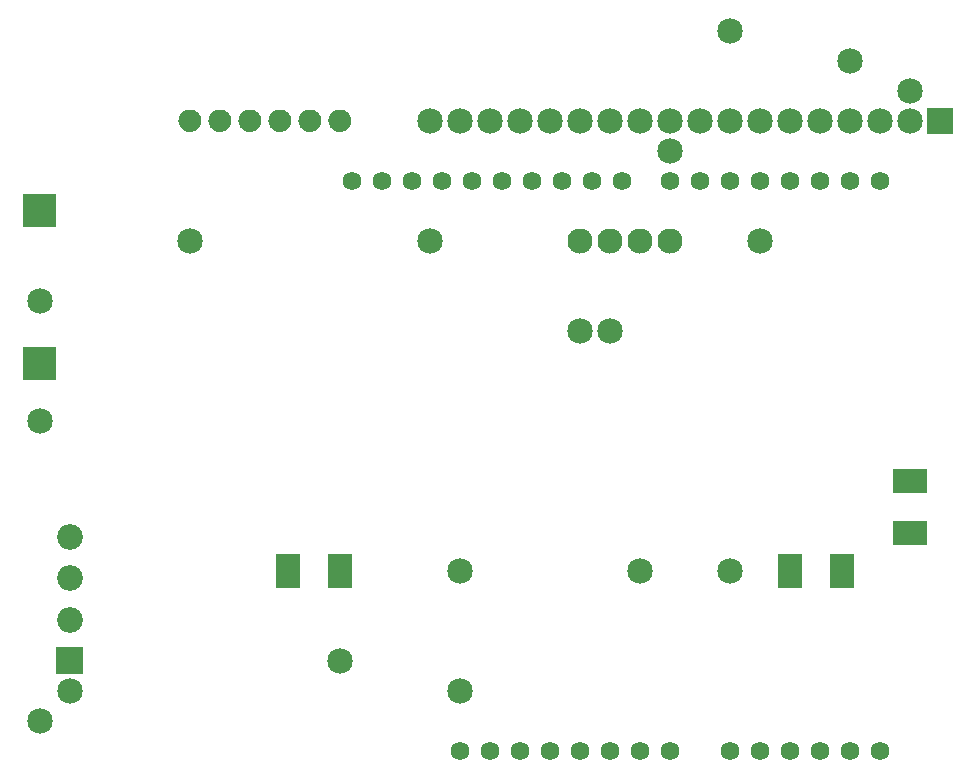
<source format=gbs>
G04 MADE WITH FRITZING*
G04 WWW.FRITZING.ORG*
G04 DOUBLE SIDED*
G04 HOLES PLATED*
G04 CONTOUR ON CENTER OF CONTOUR VECTOR*
%ASAXBY*%
%FSLAX23Y23*%
%MOIN*%
%OFA0B0*%
%SFA1.0B1.0*%
%ADD10C,0.086139*%
%ADD11C,0.085000*%
%ADD12C,0.110000*%
%ADD13C,0.062306*%
%ADD14C,0.062333*%
%ADD15C,0.083889*%
%ADD16R,0.085000X0.085000*%
%ADD17R,0.116299X0.080866*%
%ADD18R,0.080866X0.116299*%
%ADD19R,0.001000X0.001000*%
%LNMASK0*%
G90*
G70*
G54D10*
X441Y750D03*
X441Y888D03*
X441Y1026D03*
X441Y1164D03*
X441Y750D03*
X441Y888D03*
X441Y1026D03*
X441Y1164D03*
G54D11*
X1741Y650D03*
X1741Y1050D03*
X2341Y1050D03*
X2641Y1050D03*
X341Y550D03*
X1341Y750D03*
X2741Y2150D03*
X3241Y2650D03*
X2441Y2450D03*
X3041Y2750D03*
X441Y650D03*
X341Y1550D03*
X1641Y2150D03*
X1741Y2550D03*
X2141Y1850D03*
X1641Y2550D03*
X2641Y2850D03*
X2241Y1850D03*
X341Y1950D03*
X841Y2150D03*
G54D12*
X341Y2250D03*
X341Y1740D03*
G54D13*
X2741Y450D03*
X2840Y450D03*
X2941Y450D03*
X3041Y450D03*
X3141Y450D03*
G54D14*
X2280Y2350D03*
X2181Y2350D03*
X2081Y2350D03*
X1981Y2350D03*
X1881Y2350D03*
X1781Y2350D03*
X1681Y2350D03*
X1580Y2350D03*
X1480Y2350D03*
X1380Y2350D03*
X3141Y2350D03*
X3041Y2350D03*
X2941Y2350D03*
X2840Y2350D03*
X2741Y2350D03*
X2641Y2350D03*
X2541Y2350D03*
X2441Y2350D03*
G54D13*
X1841Y450D03*
X1741Y450D03*
X1941Y450D03*
X2041Y450D03*
X2141Y450D03*
X2241Y450D03*
X2340Y450D03*
X2441Y450D03*
X2641Y450D03*
G54D11*
X3341Y2550D03*
X3241Y2550D03*
X3141Y2550D03*
X3041Y2550D03*
X2941Y2550D03*
X2841Y2550D03*
X2741Y2550D03*
X2641Y2550D03*
X2541Y2550D03*
X2441Y2550D03*
X2341Y2550D03*
X2241Y2550D03*
X2141Y2550D03*
X2041Y2550D03*
X1941Y2550D03*
X1841Y2550D03*
G54D15*
X2141Y2150D03*
X2241Y2150D03*
X2341Y2150D03*
X2441Y2150D03*
G54D16*
X3341Y2550D03*
G54D17*
X3241Y1177D03*
X3241Y1350D03*
G54D18*
X3014Y1050D03*
X2841Y1050D03*
X1167Y1050D03*
X1341Y1050D03*
G54D19*
X840Y2589D02*
X840Y2589D01*
X940Y2589D02*
X940Y2589D01*
X1040Y2589D02*
X1040Y2589D01*
X1140Y2589D02*
X1140Y2589D01*
X1240Y2589D02*
X1240Y2589D01*
X1340Y2589D02*
X1340Y2589D01*
X832Y2588D02*
X848Y2588D01*
X932Y2588D02*
X948Y2588D01*
X1032Y2588D02*
X1048Y2588D01*
X1132Y2588D02*
X1148Y2588D01*
X1232Y2588D02*
X1248Y2588D01*
X1332Y2588D02*
X1348Y2588D01*
X828Y2587D02*
X851Y2587D01*
X928Y2587D02*
X951Y2587D01*
X1028Y2587D02*
X1051Y2587D01*
X1128Y2587D02*
X1151Y2587D01*
X1228Y2587D02*
X1251Y2587D01*
X1328Y2587D02*
X1351Y2587D01*
X826Y2586D02*
X854Y2586D01*
X926Y2586D02*
X954Y2586D01*
X1025Y2586D02*
X1054Y2586D01*
X1125Y2586D02*
X1154Y2586D01*
X1225Y2586D02*
X1254Y2586D01*
X1325Y2586D02*
X1354Y2586D01*
X823Y2585D02*
X856Y2585D01*
X923Y2585D02*
X956Y2585D01*
X1023Y2585D02*
X1056Y2585D01*
X1123Y2585D02*
X1156Y2585D01*
X1223Y2585D02*
X1256Y2585D01*
X1323Y2585D02*
X1356Y2585D01*
X822Y2584D02*
X858Y2584D01*
X922Y2584D02*
X958Y2584D01*
X1022Y2584D02*
X1058Y2584D01*
X1122Y2584D02*
X1158Y2584D01*
X1221Y2584D02*
X1258Y2584D01*
X1321Y2584D02*
X1358Y2584D01*
X820Y2583D02*
X860Y2583D01*
X920Y2583D02*
X960Y2583D01*
X1020Y2583D02*
X1060Y2583D01*
X1120Y2583D02*
X1160Y2583D01*
X1220Y2583D02*
X1260Y2583D01*
X1320Y2583D02*
X1360Y2583D01*
X818Y2582D02*
X861Y2582D01*
X918Y2582D02*
X961Y2582D01*
X1018Y2582D02*
X1061Y2582D01*
X1118Y2582D02*
X1161Y2582D01*
X1218Y2582D02*
X1261Y2582D01*
X1318Y2582D02*
X1361Y2582D01*
X817Y2581D02*
X863Y2581D01*
X917Y2581D02*
X962Y2581D01*
X1017Y2581D02*
X1062Y2581D01*
X1117Y2581D02*
X1162Y2581D01*
X1217Y2581D02*
X1262Y2581D01*
X1317Y2581D02*
X1362Y2581D01*
X816Y2580D02*
X864Y2580D01*
X916Y2580D02*
X964Y2580D01*
X1016Y2580D02*
X1064Y2580D01*
X1116Y2580D02*
X1164Y2580D01*
X1216Y2580D02*
X1264Y2580D01*
X1316Y2580D02*
X1364Y2580D01*
X815Y2579D02*
X865Y2579D01*
X915Y2579D02*
X965Y2579D01*
X1015Y2579D02*
X1065Y2579D01*
X1115Y2579D02*
X1165Y2579D01*
X1215Y2579D02*
X1265Y2579D01*
X1315Y2579D02*
X1365Y2579D01*
X814Y2578D02*
X866Y2578D01*
X914Y2578D02*
X966Y2578D01*
X1014Y2578D02*
X1066Y2578D01*
X1114Y2578D02*
X1166Y2578D01*
X1214Y2578D02*
X1266Y2578D01*
X1313Y2578D02*
X1366Y2578D01*
X813Y2577D02*
X867Y2577D01*
X913Y2577D02*
X967Y2577D01*
X1013Y2577D02*
X1067Y2577D01*
X1113Y2577D02*
X1167Y2577D01*
X1213Y2577D02*
X1267Y2577D01*
X1313Y2577D02*
X1367Y2577D01*
X812Y2576D02*
X868Y2576D01*
X912Y2576D02*
X968Y2576D01*
X1012Y2576D02*
X1068Y2576D01*
X1112Y2576D02*
X1168Y2576D01*
X1212Y2576D02*
X1268Y2576D01*
X1312Y2576D02*
X1368Y2576D01*
X811Y2575D02*
X869Y2575D01*
X911Y2575D02*
X969Y2575D01*
X1011Y2575D02*
X1069Y2575D01*
X1111Y2575D02*
X1169Y2575D01*
X1211Y2575D02*
X1269Y2575D01*
X1311Y2575D02*
X1369Y2575D01*
X810Y2574D02*
X869Y2574D01*
X910Y2574D02*
X969Y2574D01*
X1010Y2574D02*
X1069Y2574D01*
X1110Y2574D02*
X1169Y2574D01*
X1210Y2574D02*
X1269Y2574D01*
X1310Y2574D02*
X1369Y2574D01*
X809Y2573D02*
X870Y2573D01*
X909Y2573D02*
X970Y2573D01*
X1009Y2573D02*
X1070Y2573D01*
X1109Y2573D02*
X1170Y2573D01*
X1209Y2573D02*
X1270Y2573D01*
X1309Y2573D02*
X1370Y2573D01*
X809Y2572D02*
X871Y2572D01*
X909Y2572D02*
X971Y2572D01*
X1009Y2572D02*
X1071Y2572D01*
X1109Y2572D02*
X1171Y2572D01*
X1209Y2572D02*
X1271Y2572D01*
X1309Y2572D02*
X1371Y2572D01*
X808Y2571D02*
X872Y2571D01*
X908Y2571D02*
X971Y2571D01*
X1008Y2571D02*
X1071Y2571D01*
X1108Y2571D02*
X1171Y2571D01*
X1208Y2571D02*
X1271Y2571D01*
X1308Y2571D02*
X1371Y2571D01*
X807Y2570D02*
X872Y2570D01*
X907Y2570D02*
X972Y2570D01*
X1007Y2570D02*
X1072Y2570D01*
X1107Y2570D02*
X1172Y2570D01*
X1207Y2570D02*
X1272Y2570D01*
X1307Y2570D02*
X1372Y2570D01*
X807Y2569D02*
X873Y2569D01*
X907Y2569D02*
X973Y2569D01*
X1007Y2569D02*
X1073Y2569D01*
X1107Y2569D02*
X1173Y2569D01*
X1207Y2569D02*
X1273Y2569D01*
X1307Y2569D02*
X1373Y2569D01*
X806Y2568D02*
X873Y2568D01*
X906Y2568D02*
X973Y2568D01*
X1006Y2568D02*
X1073Y2568D01*
X1106Y2568D02*
X1173Y2568D01*
X1206Y2568D02*
X1273Y2568D01*
X1306Y2568D02*
X1373Y2568D01*
X806Y2567D02*
X874Y2567D01*
X906Y2567D02*
X974Y2567D01*
X1006Y2567D02*
X1074Y2567D01*
X1106Y2567D02*
X1174Y2567D01*
X1206Y2567D02*
X1274Y2567D01*
X1306Y2567D02*
X1374Y2567D01*
X805Y2566D02*
X874Y2566D01*
X905Y2566D02*
X974Y2566D01*
X1005Y2566D02*
X1074Y2566D01*
X1105Y2566D02*
X1174Y2566D01*
X1205Y2566D02*
X1274Y2566D01*
X1305Y2566D02*
X1374Y2566D01*
X805Y2565D02*
X875Y2565D01*
X905Y2565D02*
X975Y2565D01*
X1005Y2565D02*
X1075Y2565D01*
X1105Y2565D02*
X1175Y2565D01*
X1205Y2565D02*
X1275Y2565D01*
X1305Y2565D02*
X1374Y2565D01*
X805Y2564D02*
X875Y2564D01*
X905Y2564D02*
X975Y2564D01*
X1005Y2564D02*
X1075Y2564D01*
X1105Y2564D02*
X1175Y2564D01*
X1205Y2564D02*
X1275Y2564D01*
X1305Y2564D02*
X1375Y2564D01*
X804Y2563D02*
X875Y2563D01*
X904Y2563D02*
X975Y2563D01*
X1004Y2563D02*
X1075Y2563D01*
X1104Y2563D02*
X1175Y2563D01*
X1204Y2563D02*
X1275Y2563D01*
X1304Y2563D02*
X1375Y2563D01*
X804Y2562D02*
X876Y2562D01*
X904Y2562D02*
X976Y2562D01*
X1004Y2562D02*
X1076Y2562D01*
X1104Y2562D02*
X1176Y2562D01*
X1204Y2562D02*
X1276Y2562D01*
X1304Y2562D02*
X1376Y2562D01*
X804Y2561D02*
X876Y2561D01*
X904Y2561D02*
X976Y2561D01*
X1004Y2561D02*
X1076Y2561D01*
X1104Y2561D02*
X1176Y2561D01*
X1204Y2561D02*
X1276Y2561D01*
X1304Y2561D02*
X1376Y2561D01*
X804Y2560D02*
X876Y2560D01*
X903Y2560D02*
X976Y2560D01*
X1003Y2560D02*
X1076Y2560D01*
X1103Y2560D02*
X1176Y2560D01*
X1203Y2560D02*
X1276Y2560D01*
X1303Y2560D02*
X1376Y2560D01*
X803Y2559D02*
X876Y2559D01*
X903Y2559D02*
X976Y2559D01*
X1003Y2559D02*
X1076Y2559D01*
X1103Y2559D02*
X1176Y2559D01*
X1203Y2559D02*
X1276Y2559D01*
X1303Y2559D02*
X1376Y2559D01*
X803Y2558D02*
X877Y2558D01*
X903Y2558D02*
X977Y2558D01*
X1003Y2558D02*
X1077Y2558D01*
X1103Y2558D02*
X1177Y2558D01*
X1203Y2558D02*
X1276Y2558D01*
X1303Y2558D02*
X1376Y2558D01*
X803Y2557D02*
X877Y2557D01*
X903Y2557D02*
X977Y2557D01*
X1003Y2557D02*
X1077Y2557D01*
X1103Y2557D02*
X1177Y2557D01*
X1203Y2557D02*
X1277Y2557D01*
X1303Y2557D02*
X1377Y2557D01*
X803Y2556D02*
X877Y2556D01*
X903Y2556D02*
X977Y2556D01*
X1003Y2556D02*
X1077Y2556D01*
X1103Y2556D02*
X1177Y2556D01*
X1203Y2556D02*
X1277Y2556D01*
X1303Y2556D02*
X1377Y2556D01*
X803Y2555D02*
X877Y2555D01*
X903Y2555D02*
X977Y2555D01*
X1003Y2555D02*
X1077Y2555D01*
X1103Y2555D02*
X1177Y2555D01*
X1203Y2555D02*
X1277Y2555D01*
X1302Y2555D02*
X1377Y2555D01*
X803Y2554D02*
X877Y2554D01*
X902Y2554D02*
X977Y2554D01*
X1002Y2554D02*
X1077Y2554D01*
X1102Y2554D02*
X1177Y2554D01*
X1202Y2554D02*
X1277Y2554D01*
X1302Y2554D02*
X1377Y2554D01*
X802Y2553D02*
X877Y2553D01*
X902Y2553D02*
X977Y2553D01*
X1002Y2553D02*
X1077Y2553D01*
X1102Y2553D02*
X1177Y2553D01*
X1202Y2553D02*
X1277Y2553D01*
X1302Y2553D02*
X1377Y2553D01*
X802Y2552D02*
X877Y2552D01*
X902Y2552D02*
X977Y2552D01*
X1002Y2552D02*
X1077Y2552D01*
X1102Y2552D02*
X1177Y2552D01*
X1202Y2552D02*
X1277Y2552D01*
X1302Y2552D02*
X1377Y2552D01*
X802Y2551D02*
X877Y2551D01*
X902Y2551D02*
X977Y2551D01*
X1002Y2551D02*
X1077Y2551D01*
X1102Y2551D02*
X1177Y2551D01*
X1202Y2551D02*
X1277Y2551D01*
X1302Y2551D02*
X1377Y2551D01*
X802Y2550D02*
X877Y2550D01*
X902Y2550D02*
X977Y2550D01*
X1002Y2550D02*
X1077Y2550D01*
X1102Y2550D02*
X1177Y2550D01*
X1202Y2550D02*
X1277Y2550D01*
X1302Y2550D02*
X1377Y2550D01*
X802Y2549D02*
X877Y2549D01*
X902Y2549D02*
X977Y2549D01*
X1002Y2549D02*
X1077Y2549D01*
X1102Y2549D02*
X1177Y2549D01*
X1202Y2549D02*
X1277Y2549D01*
X1302Y2549D02*
X1377Y2549D01*
X803Y2548D02*
X877Y2548D01*
X902Y2548D02*
X977Y2548D01*
X1002Y2548D02*
X1077Y2548D01*
X1102Y2548D02*
X1177Y2548D01*
X1202Y2548D02*
X1277Y2548D01*
X1302Y2548D02*
X1377Y2548D01*
X803Y2547D02*
X877Y2547D01*
X903Y2547D02*
X977Y2547D01*
X1003Y2547D02*
X1077Y2547D01*
X1103Y2547D02*
X1177Y2547D01*
X1203Y2547D02*
X1277Y2547D01*
X1302Y2547D02*
X1377Y2547D01*
X803Y2546D02*
X877Y2546D01*
X903Y2546D02*
X977Y2546D01*
X1003Y2546D02*
X1077Y2546D01*
X1103Y2546D02*
X1177Y2546D01*
X1203Y2546D02*
X1277Y2546D01*
X1303Y2546D02*
X1377Y2546D01*
X803Y2545D02*
X877Y2545D01*
X903Y2545D02*
X977Y2545D01*
X1003Y2545D02*
X1077Y2545D01*
X1103Y2545D02*
X1177Y2545D01*
X1203Y2545D02*
X1277Y2545D01*
X1303Y2545D02*
X1377Y2545D01*
X803Y2544D02*
X877Y2544D01*
X903Y2544D02*
X977Y2544D01*
X1003Y2544D02*
X1076Y2544D01*
X1103Y2544D02*
X1176Y2544D01*
X1203Y2544D02*
X1276Y2544D01*
X1303Y2544D02*
X1376Y2544D01*
X803Y2543D02*
X876Y2543D01*
X903Y2543D02*
X976Y2543D01*
X1003Y2543D02*
X1076Y2543D01*
X1103Y2543D02*
X1176Y2543D01*
X1203Y2543D02*
X1276Y2543D01*
X1303Y2543D02*
X1376Y2543D01*
X804Y2542D02*
X876Y2542D01*
X904Y2542D02*
X976Y2542D01*
X1003Y2542D02*
X1076Y2542D01*
X1103Y2542D02*
X1176Y2542D01*
X1203Y2542D02*
X1276Y2542D01*
X1303Y2542D02*
X1376Y2542D01*
X804Y2541D02*
X876Y2541D01*
X904Y2541D02*
X976Y2541D01*
X1004Y2541D02*
X1076Y2541D01*
X1104Y2541D02*
X1176Y2541D01*
X1204Y2541D02*
X1276Y2541D01*
X1304Y2541D02*
X1376Y2541D01*
X804Y2540D02*
X876Y2540D01*
X904Y2540D02*
X976Y2540D01*
X1004Y2540D02*
X1076Y2540D01*
X1104Y2540D02*
X1176Y2540D01*
X1204Y2540D02*
X1276Y2540D01*
X1304Y2540D02*
X1375Y2540D01*
X804Y2539D02*
X875Y2539D01*
X904Y2539D02*
X975Y2539D01*
X1004Y2539D02*
X1075Y2539D01*
X1104Y2539D02*
X1175Y2539D01*
X1204Y2539D02*
X1275Y2539D01*
X1304Y2539D02*
X1375Y2539D01*
X805Y2538D02*
X875Y2538D01*
X905Y2538D02*
X975Y2538D01*
X1005Y2538D02*
X1075Y2538D01*
X1105Y2538D02*
X1175Y2538D01*
X1205Y2538D02*
X1275Y2538D01*
X1305Y2538D02*
X1375Y2538D01*
X805Y2537D02*
X875Y2537D01*
X905Y2537D02*
X975Y2537D01*
X1005Y2537D02*
X1075Y2537D01*
X1105Y2537D02*
X1175Y2537D01*
X1205Y2537D02*
X1274Y2537D01*
X1305Y2537D02*
X1374Y2537D01*
X805Y2536D02*
X874Y2536D01*
X905Y2536D02*
X974Y2536D01*
X1005Y2536D02*
X1074Y2536D01*
X1105Y2536D02*
X1174Y2536D01*
X1205Y2536D02*
X1274Y2536D01*
X1305Y2536D02*
X1374Y2536D01*
X806Y2535D02*
X874Y2535D01*
X906Y2535D02*
X974Y2535D01*
X1006Y2535D02*
X1074Y2535D01*
X1106Y2535D02*
X1174Y2535D01*
X1206Y2535D02*
X1274Y2535D01*
X1306Y2535D02*
X1374Y2535D01*
X806Y2534D02*
X873Y2534D01*
X906Y2534D02*
X973Y2534D01*
X1006Y2534D02*
X1073Y2534D01*
X1106Y2534D02*
X1173Y2534D01*
X1206Y2534D02*
X1273Y2534D01*
X1306Y2534D02*
X1373Y2534D01*
X807Y2533D02*
X873Y2533D01*
X907Y2533D02*
X973Y2533D01*
X1007Y2533D02*
X1073Y2533D01*
X1107Y2533D02*
X1173Y2533D01*
X1207Y2533D02*
X1273Y2533D01*
X1307Y2533D02*
X1373Y2533D01*
X808Y2532D02*
X872Y2532D01*
X908Y2532D02*
X972Y2532D01*
X1008Y2532D02*
X1072Y2532D01*
X1107Y2532D02*
X1172Y2532D01*
X1207Y2532D02*
X1272Y2532D01*
X1307Y2532D02*
X1372Y2532D01*
X808Y2531D02*
X871Y2531D01*
X908Y2531D02*
X971Y2531D01*
X1008Y2531D02*
X1071Y2531D01*
X1108Y2531D02*
X1171Y2531D01*
X1208Y2531D02*
X1271Y2531D01*
X1308Y2531D02*
X1371Y2531D01*
X809Y2530D02*
X871Y2530D01*
X909Y2530D02*
X971Y2530D01*
X1009Y2530D02*
X1071Y2530D01*
X1109Y2530D02*
X1171Y2530D01*
X1209Y2530D02*
X1271Y2530D01*
X1309Y2530D02*
X1371Y2530D01*
X810Y2529D02*
X870Y2529D01*
X909Y2529D02*
X970Y2529D01*
X1009Y2529D02*
X1070Y2529D01*
X1109Y2529D02*
X1170Y2529D01*
X1209Y2529D02*
X1270Y2529D01*
X1309Y2529D02*
X1370Y2529D01*
X810Y2528D02*
X869Y2528D01*
X910Y2528D02*
X969Y2528D01*
X1010Y2528D02*
X1069Y2528D01*
X1110Y2528D02*
X1169Y2528D01*
X1210Y2528D02*
X1269Y2528D01*
X1310Y2528D02*
X1369Y2528D01*
X811Y2527D02*
X869Y2527D01*
X911Y2527D02*
X969Y2527D01*
X1011Y2527D02*
X1069Y2527D01*
X1111Y2527D02*
X1169Y2527D01*
X1211Y2527D02*
X1269Y2527D01*
X1311Y2527D02*
X1369Y2527D01*
X812Y2526D02*
X868Y2526D01*
X912Y2526D02*
X968Y2526D01*
X1012Y2526D02*
X1068Y2526D01*
X1112Y2526D02*
X1168Y2526D01*
X1212Y2526D02*
X1268Y2526D01*
X1312Y2526D02*
X1368Y2526D01*
X813Y2525D02*
X867Y2525D01*
X913Y2525D02*
X967Y2525D01*
X1013Y2525D02*
X1067Y2525D01*
X1113Y2525D02*
X1167Y2525D01*
X1213Y2525D02*
X1267Y2525D01*
X1313Y2525D02*
X1367Y2525D01*
X814Y2524D02*
X866Y2524D01*
X914Y2524D02*
X966Y2524D01*
X1014Y2524D02*
X1066Y2524D01*
X1114Y2524D02*
X1166Y2524D01*
X1214Y2524D02*
X1266Y2524D01*
X1314Y2524D02*
X1366Y2524D01*
X815Y2523D02*
X865Y2523D01*
X915Y2523D02*
X965Y2523D01*
X1015Y2523D02*
X1065Y2523D01*
X1115Y2523D02*
X1165Y2523D01*
X1215Y2523D02*
X1265Y2523D01*
X1315Y2523D02*
X1365Y2523D01*
X816Y2522D02*
X864Y2522D01*
X916Y2522D02*
X964Y2522D01*
X1016Y2522D02*
X1064Y2522D01*
X1116Y2522D02*
X1164Y2522D01*
X1216Y2522D02*
X1264Y2522D01*
X1316Y2522D02*
X1364Y2522D01*
X817Y2521D02*
X862Y2521D01*
X917Y2521D02*
X962Y2521D01*
X1017Y2521D02*
X1062Y2521D01*
X1117Y2521D02*
X1162Y2521D01*
X1217Y2521D02*
X1262Y2521D01*
X1317Y2521D02*
X1362Y2521D01*
X819Y2520D02*
X861Y2520D01*
X919Y2520D02*
X961Y2520D01*
X1019Y2520D02*
X1061Y2520D01*
X1119Y2520D02*
X1161Y2520D01*
X1219Y2520D02*
X1261Y2520D01*
X1318Y2520D02*
X1361Y2520D01*
X820Y2519D02*
X860Y2519D01*
X920Y2519D02*
X960Y2519D01*
X1020Y2519D02*
X1059Y2519D01*
X1120Y2519D02*
X1159Y2519D01*
X1220Y2519D02*
X1259Y2519D01*
X1320Y2519D02*
X1359Y2519D01*
X822Y2518D02*
X858Y2518D01*
X922Y2518D02*
X958Y2518D01*
X1022Y2518D02*
X1058Y2518D01*
X1122Y2518D02*
X1158Y2518D01*
X1222Y2518D02*
X1258Y2518D01*
X1322Y2518D02*
X1358Y2518D01*
X824Y2517D02*
X856Y2517D01*
X924Y2517D02*
X956Y2517D01*
X1024Y2517D02*
X1056Y2517D01*
X1124Y2517D02*
X1156Y2517D01*
X1224Y2517D02*
X1256Y2517D01*
X1324Y2517D02*
X1356Y2517D01*
X826Y2516D02*
X854Y2516D01*
X926Y2516D02*
X954Y2516D01*
X1026Y2516D02*
X1054Y2516D01*
X1126Y2516D02*
X1154Y2516D01*
X1226Y2516D02*
X1254Y2516D01*
X1326Y2516D02*
X1354Y2516D01*
X829Y2515D02*
X851Y2515D01*
X928Y2515D02*
X951Y2515D01*
X1028Y2515D02*
X1051Y2515D01*
X1128Y2515D02*
X1151Y2515D01*
X1228Y2515D02*
X1251Y2515D01*
X1328Y2515D02*
X1351Y2515D01*
X832Y2514D02*
X847Y2514D01*
X932Y2514D02*
X947Y2514D01*
X1032Y2514D02*
X1047Y2514D01*
X1132Y2514D02*
X1147Y2514D01*
X1232Y2514D02*
X1247Y2514D01*
X1332Y2514D02*
X1347Y2514D01*
X286Y2306D02*
X394Y2306D01*
X285Y2305D02*
X394Y2305D01*
X285Y2304D02*
X394Y2304D01*
X285Y2303D02*
X394Y2303D01*
X285Y2302D02*
X394Y2302D01*
X285Y2301D02*
X394Y2301D01*
X285Y2300D02*
X394Y2300D01*
X285Y2299D02*
X394Y2299D01*
X285Y2298D02*
X394Y2298D01*
X285Y2297D02*
X394Y2297D01*
X285Y2296D02*
X394Y2296D01*
X285Y2295D02*
X394Y2295D01*
X285Y2294D02*
X394Y2294D01*
X285Y2293D02*
X394Y2293D01*
X285Y2292D02*
X394Y2292D01*
X285Y2291D02*
X394Y2291D01*
X285Y2290D02*
X394Y2290D01*
X285Y2289D02*
X394Y2289D01*
X285Y2288D02*
X394Y2288D01*
X285Y2287D02*
X394Y2287D01*
X285Y2286D02*
X337Y2286D01*
X343Y2286D02*
X394Y2286D01*
X285Y2285D02*
X331Y2285D01*
X349Y2285D02*
X394Y2285D01*
X285Y2284D02*
X327Y2284D01*
X353Y2284D02*
X394Y2284D01*
X285Y2283D02*
X325Y2283D01*
X355Y2283D02*
X394Y2283D01*
X285Y2282D02*
X323Y2282D01*
X357Y2282D02*
X394Y2282D01*
X285Y2281D02*
X321Y2281D01*
X359Y2281D02*
X394Y2281D01*
X285Y2280D02*
X320Y2280D01*
X360Y2280D02*
X394Y2280D01*
X285Y2279D02*
X318Y2279D01*
X362Y2279D02*
X394Y2279D01*
X285Y2278D02*
X317Y2278D01*
X363Y2278D02*
X394Y2278D01*
X285Y2277D02*
X316Y2277D01*
X364Y2277D02*
X394Y2277D01*
X285Y2276D02*
X315Y2276D01*
X365Y2276D02*
X394Y2276D01*
X285Y2275D02*
X314Y2275D01*
X366Y2275D02*
X394Y2275D01*
X285Y2274D02*
X313Y2274D01*
X367Y2274D02*
X394Y2274D01*
X285Y2273D02*
X312Y2273D01*
X368Y2273D02*
X394Y2273D01*
X285Y2272D02*
X311Y2272D01*
X369Y2272D02*
X394Y2272D01*
X285Y2271D02*
X311Y2271D01*
X369Y2271D02*
X394Y2271D01*
X285Y2270D02*
X310Y2270D01*
X370Y2270D02*
X394Y2270D01*
X285Y2269D02*
X309Y2269D01*
X371Y2269D02*
X394Y2269D01*
X285Y2268D02*
X309Y2268D01*
X371Y2268D02*
X394Y2268D01*
X285Y2267D02*
X308Y2267D01*
X372Y2267D02*
X394Y2267D01*
X285Y2266D02*
X308Y2266D01*
X372Y2266D02*
X394Y2266D01*
X285Y2265D02*
X307Y2265D01*
X373Y2265D02*
X394Y2265D01*
X285Y2264D02*
X307Y2264D01*
X373Y2264D02*
X394Y2264D01*
X285Y2263D02*
X306Y2263D01*
X373Y2263D02*
X394Y2263D01*
X285Y2262D02*
X306Y2262D01*
X374Y2262D02*
X394Y2262D01*
X285Y2261D02*
X306Y2261D01*
X374Y2261D02*
X394Y2261D01*
X285Y2260D02*
X306Y2260D01*
X374Y2260D02*
X394Y2260D01*
X285Y2259D02*
X305Y2259D01*
X375Y2259D02*
X394Y2259D01*
X285Y2258D02*
X305Y2258D01*
X375Y2258D02*
X394Y2258D01*
X285Y2257D02*
X305Y2257D01*
X375Y2257D02*
X394Y2257D01*
X285Y2256D02*
X305Y2256D01*
X375Y2256D02*
X394Y2256D01*
X285Y2255D02*
X305Y2255D01*
X375Y2255D02*
X394Y2255D01*
X285Y2254D02*
X305Y2254D01*
X375Y2254D02*
X394Y2254D01*
X285Y2253D02*
X305Y2253D01*
X375Y2253D02*
X394Y2253D01*
X285Y2252D02*
X304Y2252D01*
X375Y2252D02*
X394Y2252D01*
X285Y2251D02*
X304Y2251D01*
X375Y2251D02*
X394Y2251D01*
X285Y2250D02*
X304Y2250D01*
X375Y2250D02*
X394Y2250D01*
X285Y2249D02*
X305Y2249D01*
X375Y2249D02*
X394Y2249D01*
X285Y2248D02*
X305Y2248D01*
X375Y2248D02*
X394Y2248D01*
X285Y2247D02*
X305Y2247D01*
X375Y2247D02*
X394Y2247D01*
X285Y2246D02*
X305Y2246D01*
X375Y2246D02*
X394Y2246D01*
X285Y2245D02*
X305Y2245D01*
X375Y2245D02*
X394Y2245D01*
X285Y2244D02*
X305Y2244D01*
X375Y2244D02*
X394Y2244D01*
X285Y2243D02*
X305Y2243D01*
X375Y2243D02*
X394Y2243D01*
X285Y2242D02*
X306Y2242D01*
X374Y2242D02*
X394Y2242D01*
X285Y2241D02*
X306Y2241D01*
X374Y2241D02*
X394Y2241D01*
X285Y2240D02*
X306Y2240D01*
X374Y2240D02*
X394Y2240D01*
X285Y2239D02*
X307Y2239D01*
X373Y2239D02*
X394Y2239D01*
X285Y2238D02*
X307Y2238D01*
X373Y2238D02*
X394Y2238D01*
X285Y2237D02*
X307Y2237D01*
X373Y2237D02*
X394Y2237D01*
X285Y2236D02*
X308Y2236D01*
X372Y2236D02*
X394Y2236D01*
X285Y2235D02*
X308Y2235D01*
X372Y2235D02*
X394Y2235D01*
X285Y2234D02*
X309Y2234D01*
X371Y2234D02*
X394Y2234D01*
X285Y2233D02*
X309Y2233D01*
X370Y2233D02*
X394Y2233D01*
X285Y2232D02*
X310Y2232D01*
X370Y2232D02*
X394Y2232D01*
X285Y2231D02*
X311Y2231D01*
X369Y2231D02*
X394Y2231D01*
X285Y2230D02*
X312Y2230D01*
X368Y2230D02*
X394Y2230D01*
X285Y2229D02*
X312Y2229D01*
X368Y2229D02*
X394Y2229D01*
X285Y2228D02*
X313Y2228D01*
X367Y2228D02*
X394Y2228D01*
X285Y2227D02*
X314Y2227D01*
X366Y2227D02*
X394Y2227D01*
X285Y2226D02*
X315Y2226D01*
X365Y2226D02*
X394Y2226D01*
X285Y2225D02*
X316Y2225D01*
X364Y2225D02*
X394Y2225D01*
X285Y2224D02*
X317Y2224D01*
X363Y2224D02*
X394Y2224D01*
X285Y2223D02*
X319Y2223D01*
X361Y2223D02*
X394Y2223D01*
X285Y2222D02*
X320Y2222D01*
X360Y2222D02*
X394Y2222D01*
X285Y2221D02*
X322Y2221D01*
X358Y2221D02*
X394Y2221D01*
X285Y2220D02*
X323Y2220D01*
X357Y2220D02*
X394Y2220D01*
X285Y2219D02*
X325Y2219D01*
X355Y2219D02*
X394Y2219D01*
X285Y2218D02*
X328Y2218D01*
X352Y2218D02*
X394Y2218D01*
X285Y2217D02*
X332Y2217D01*
X348Y2217D02*
X394Y2217D01*
X285Y2216D02*
X394Y2216D01*
X285Y2215D02*
X394Y2215D01*
X285Y2214D02*
X394Y2214D01*
X285Y2213D02*
X394Y2213D01*
X285Y2212D02*
X394Y2212D01*
X285Y2211D02*
X394Y2211D01*
X285Y2210D02*
X394Y2210D01*
X285Y2209D02*
X394Y2209D01*
X285Y2208D02*
X394Y2208D01*
X285Y2207D02*
X394Y2207D01*
X285Y2206D02*
X394Y2206D01*
X285Y2205D02*
X394Y2205D01*
X285Y2204D02*
X394Y2204D01*
X285Y2203D02*
X394Y2203D01*
X285Y2202D02*
X394Y2202D01*
X285Y2201D02*
X394Y2201D01*
X285Y2200D02*
X394Y2200D01*
X285Y2199D02*
X394Y2199D01*
X285Y2198D02*
X394Y2198D01*
X285Y2197D02*
X394Y2197D01*
X286Y1796D02*
X394Y1796D01*
X285Y1795D02*
X394Y1795D01*
X285Y1794D02*
X394Y1794D01*
X285Y1793D02*
X394Y1793D01*
X285Y1792D02*
X394Y1792D01*
X285Y1791D02*
X394Y1791D01*
X285Y1790D02*
X394Y1790D01*
X285Y1789D02*
X394Y1789D01*
X285Y1788D02*
X394Y1788D01*
X285Y1787D02*
X394Y1787D01*
X285Y1786D02*
X394Y1786D01*
X285Y1785D02*
X394Y1785D01*
X285Y1784D02*
X394Y1784D01*
X285Y1783D02*
X394Y1783D01*
X285Y1782D02*
X394Y1782D01*
X285Y1781D02*
X394Y1781D01*
X285Y1780D02*
X394Y1780D01*
X285Y1779D02*
X394Y1779D01*
X285Y1778D02*
X394Y1778D01*
X285Y1777D02*
X394Y1777D01*
X285Y1776D02*
X335Y1776D01*
X345Y1776D02*
X394Y1776D01*
X285Y1775D02*
X330Y1775D01*
X350Y1775D02*
X394Y1775D01*
X285Y1774D02*
X327Y1774D01*
X353Y1774D02*
X394Y1774D01*
X285Y1773D02*
X325Y1773D01*
X355Y1773D02*
X394Y1773D01*
X285Y1772D02*
X323Y1772D01*
X357Y1772D02*
X394Y1772D01*
X285Y1771D02*
X321Y1771D01*
X359Y1771D02*
X394Y1771D01*
X285Y1770D02*
X319Y1770D01*
X360Y1770D02*
X394Y1770D01*
X285Y1769D02*
X318Y1769D01*
X362Y1769D02*
X394Y1769D01*
X285Y1768D02*
X317Y1768D01*
X363Y1768D02*
X394Y1768D01*
X285Y1767D02*
X316Y1767D01*
X364Y1767D02*
X394Y1767D01*
X285Y1766D02*
X315Y1766D01*
X365Y1766D02*
X394Y1766D01*
X285Y1765D02*
X314Y1765D01*
X366Y1765D02*
X394Y1765D01*
X285Y1764D02*
X313Y1764D01*
X367Y1764D02*
X394Y1764D01*
X285Y1763D02*
X312Y1763D01*
X368Y1763D02*
X394Y1763D01*
X285Y1762D02*
X311Y1762D01*
X369Y1762D02*
X394Y1762D01*
X285Y1761D02*
X311Y1761D01*
X369Y1761D02*
X394Y1761D01*
X285Y1760D02*
X310Y1760D01*
X370Y1760D02*
X394Y1760D01*
X285Y1759D02*
X309Y1759D01*
X371Y1759D02*
X394Y1759D01*
X285Y1758D02*
X309Y1758D01*
X371Y1758D02*
X394Y1758D01*
X285Y1757D02*
X308Y1757D01*
X372Y1757D02*
X394Y1757D01*
X285Y1756D02*
X308Y1756D01*
X372Y1756D02*
X394Y1756D01*
X285Y1755D02*
X307Y1755D01*
X373Y1755D02*
X394Y1755D01*
X285Y1754D02*
X307Y1754D01*
X373Y1754D02*
X394Y1754D01*
X285Y1753D02*
X306Y1753D01*
X373Y1753D02*
X394Y1753D01*
X285Y1752D02*
X306Y1752D01*
X374Y1752D02*
X394Y1752D01*
X285Y1751D02*
X306Y1751D01*
X374Y1751D02*
X394Y1751D01*
X285Y1750D02*
X306Y1750D01*
X374Y1750D02*
X394Y1750D01*
X285Y1749D02*
X305Y1749D01*
X375Y1749D02*
X394Y1749D01*
X285Y1748D02*
X305Y1748D01*
X375Y1748D02*
X394Y1748D01*
X285Y1747D02*
X305Y1747D01*
X375Y1747D02*
X394Y1747D01*
X285Y1746D02*
X305Y1746D01*
X375Y1746D02*
X394Y1746D01*
X285Y1745D02*
X305Y1745D01*
X375Y1745D02*
X394Y1745D01*
X285Y1744D02*
X305Y1744D01*
X375Y1744D02*
X394Y1744D01*
X285Y1743D02*
X305Y1743D01*
X375Y1743D02*
X394Y1743D01*
X285Y1742D02*
X304Y1742D01*
X375Y1742D02*
X394Y1742D01*
X285Y1741D02*
X304Y1741D01*
X375Y1741D02*
X394Y1741D01*
X285Y1740D02*
X304Y1740D01*
X375Y1740D02*
X394Y1740D01*
X285Y1739D02*
X305Y1739D01*
X375Y1739D02*
X394Y1739D01*
X285Y1738D02*
X305Y1738D01*
X375Y1738D02*
X394Y1738D01*
X285Y1737D02*
X305Y1737D01*
X375Y1737D02*
X394Y1737D01*
X285Y1736D02*
X305Y1736D01*
X375Y1736D02*
X394Y1736D01*
X285Y1735D02*
X305Y1735D01*
X375Y1735D02*
X394Y1735D01*
X285Y1734D02*
X305Y1734D01*
X375Y1734D02*
X394Y1734D01*
X285Y1733D02*
X305Y1733D01*
X374Y1733D02*
X394Y1733D01*
X285Y1732D02*
X306Y1732D01*
X374Y1732D02*
X394Y1732D01*
X285Y1731D02*
X306Y1731D01*
X374Y1731D02*
X394Y1731D01*
X285Y1730D02*
X306Y1730D01*
X374Y1730D02*
X394Y1730D01*
X285Y1729D02*
X307Y1729D01*
X373Y1729D02*
X394Y1729D01*
X285Y1728D02*
X307Y1728D01*
X373Y1728D02*
X394Y1728D01*
X285Y1727D02*
X307Y1727D01*
X372Y1727D02*
X394Y1727D01*
X285Y1726D02*
X308Y1726D01*
X372Y1726D02*
X394Y1726D01*
X285Y1725D02*
X308Y1725D01*
X371Y1725D02*
X394Y1725D01*
X285Y1724D02*
X309Y1724D01*
X371Y1724D02*
X394Y1724D01*
X285Y1723D02*
X310Y1723D01*
X370Y1723D02*
X394Y1723D01*
X285Y1722D02*
X310Y1722D01*
X370Y1722D02*
X394Y1722D01*
X285Y1721D02*
X311Y1721D01*
X369Y1721D02*
X394Y1721D01*
X285Y1720D02*
X312Y1720D01*
X368Y1720D02*
X394Y1720D01*
X285Y1719D02*
X312Y1719D01*
X367Y1719D02*
X394Y1719D01*
X285Y1718D02*
X313Y1718D01*
X367Y1718D02*
X394Y1718D01*
X285Y1717D02*
X314Y1717D01*
X366Y1717D02*
X394Y1717D01*
X285Y1716D02*
X315Y1716D01*
X365Y1716D02*
X394Y1716D01*
X285Y1715D02*
X316Y1715D01*
X364Y1715D02*
X394Y1715D01*
X285Y1714D02*
X317Y1714D01*
X362Y1714D02*
X394Y1714D01*
X285Y1713D02*
X319Y1713D01*
X361Y1713D02*
X394Y1713D01*
X285Y1712D02*
X320Y1712D01*
X360Y1712D02*
X394Y1712D01*
X285Y1711D02*
X322Y1711D01*
X358Y1711D02*
X394Y1711D01*
X285Y1710D02*
X324Y1710D01*
X356Y1710D02*
X394Y1710D01*
X285Y1709D02*
X326Y1709D01*
X354Y1709D02*
X394Y1709D01*
X285Y1708D02*
X328Y1708D01*
X352Y1708D02*
X394Y1708D01*
X285Y1707D02*
X332Y1707D01*
X348Y1707D02*
X394Y1707D01*
X285Y1706D02*
X394Y1706D01*
X285Y1705D02*
X394Y1705D01*
X285Y1704D02*
X394Y1704D01*
X285Y1703D02*
X394Y1703D01*
X285Y1702D02*
X394Y1702D01*
X285Y1701D02*
X394Y1701D01*
X285Y1700D02*
X394Y1700D01*
X285Y1699D02*
X394Y1699D01*
X285Y1698D02*
X394Y1698D01*
X285Y1697D02*
X394Y1697D01*
X285Y1696D02*
X394Y1696D01*
X285Y1695D02*
X394Y1695D01*
X285Y1694D02*
X394Y1694D01*
X285Y1693D02*
X394Y1693D01*
X285Y1692D02*
X394Y1692D01*
X285Y1691D02*
X394Y1691D01*
X285Y1690D02*
X394Y1690D01*
X285Y1689D02*
X394Y1689D01*
X285Y1688D02*
X394Y1688D01*
X285Y1687D02*
X394Y1687D01*
X395Y796D02*
X484Y796D01*
X395Y795D02*
X484Y795D01*
X395Y794D02*
X484Y794D01*
X395Y793D02*
X484Y793D01*
X395Y792D02*
X484Y792D01*
X395Y791D02*
X484Y791D01*
X395Y790D02*
X484Y790D01*
X395Y789D02*
X484Y789D01*
X395Y788D02*
X484Y788D01*
X395Y787D02*
X484Y787D01*
X395Y786D02*
X484Y786D01*
X395Y785D02*
X484Y785D01*
X395Y784D02*
X484Y784D01*
X395Y783D02*
X484Y783D01*
X395Y782D02*
X484Y782D01*
X395Y781D02*
X484Y781D01*
X395Y780D02*
X484Y780D01*
X395Y779D02*
X484Y779D01*
X395Y778D02*
X484Y778D01*
X395Y777D02*
X484Y777D01*
X395Y776D02*
X484Y776D01*
X395Y775D02*
X484Y775D01*
X395Y774D02*
X484Y774D01*
X395Y773D02*
X484Y773D01*
X395Y772D02*
X484Y772D01*
X395Y771D02*
X484Y771D01*
X395Y770D02*
X438Y770D01*
X442Y770D02*
X484Y770D01*
X395Y769D02*
X433Y769D01*
X447Y769D02*
X484Y769D01*
X395Y768D02*
X431Y768D01*
X449Y768D02*
X484Y768D01*
X395Y767D02*
X429Y767D01*
X451Y767D02*
X484Y767D01*
X395Y766D02*
X428Y766D01*
X452Y766D02*
X484Y766D01*
X395Y765D02*
X427Y765D01*
X453Y765D02*
X484Y765D01*
X395Y764D02*
X426Y764D01*
X454Y764D02*
X484Y764D01*
X395Y763D02*
X425Y763D01*
X455Y763D02*
X484Y763D01*
X395Y762D02*
X424Y762D01*
X456Y762D02*
X484Y762D01*
X395Y761D02*
X423Y761D01*
X456Y761D02*
X484Y761D01*
X395Y760D02*
X423Y760D01*
X457Y760D02*
X484Y760D01*
X395Y759D02*
X422Y759D01*
X458Y759D02*
X484Y759D01*
X395Y758D02*
X422Y758D01*
X458Y758D02*
X484Y758D01*
X395Y757D02*
X422Y757D01*
X458Y757D02*
X484Y757D01*
X395Y756D02*
X421Y756D01*
X458Y756D02*
X484Y756D01*
X395Y755D02*
X421Y755D01*
X459Y755D02*
X484Y755D01*
X395Y754D02*
X421Y754D01*
X459Y754D02*
X484Y754D01*
X395Y753D02*
X421Y753D01*
X459Y753D02*
X484Y753D01*
X395Y752D02*
X421Y752D01*
X459Y752D02*
X484Y752D01*
X395Y751D02*
X421Y751D01*
X459Y751D02*
X484Y751D01*
X395Y750D02*
X421Y750D01*
X459Y750D02*
X484Y750D01*
X395Y749D02*
X421Y749D01*
X459Y749D02*
X484Y749D01*
X395Y748D02*
X421Y748D01*
X459Y748D02*
X484Y748D01*
X395Y747D02*
X421Y747D01*
X458Y747D02*
X484Y747D01*
X395Y746D02*
X422Y746D01*
X458Y746D02*
X484Y746D01*
X395Y745D02*
X422Y745D01*
X458Y745D02*
X484Y745D01*
X395Y744D02*
X422Y744D01*
X458Y744D02*
X484Y744D01*
X395Y743D02*
X423Y743D01*
X457Y743D02*
X484Y743D01*
X395Y742D02*
X423Y742D01*
X456Y742D02*
X484Y742D01*
X395Y741D02*
X424Y741D01*
X456Y741D02*
X484Y741D01*
X395Y740D02*
X425Y740D01*
X455Y740D02*
X484Y740D01*
X395Y739D02*
X426Y739D01*
X454Y739D02*
X484Y739D01*
X395Y738D02*
X427Y738D01*
X453Y738D02*
X484Y738D01*
X395Y737D02*
X428Y737D01*
X452Y737D02*
X484Y737D01*
X395Y736D02*
X429Y736D01*
X451Y736D02*
X484Y736D01*
X395Y735D02*
X431Y735D01*
X449Y735D02*
X484Y735D01*
X395Y734D02*
X433Y734D01*
X447Y734D02*
X484Y734D01*
X395Y733D02*
X438Y733D01*
X441Y733D02*
X484Y733D01*
X395Y732D02*
X484Y732D01*
X395Y731D02*
X484Y731D01*
X395Y730D02*
X484Y730D01*
X395Y729D02*
X484Y729D01*
X395Y728D02*
X484Y728D01*
X395Y727D02*
X484Y727D01*
X395Y726D02*
X484Y726D01*
X395Y725D02*
X484Y725D01*
X395Y724D02*
X484Y724D01*
X395Y723D02*
X484Y723D01*
X395Y722D02*
X484Y722D01*
X395Y721D02*
X484Y721D01*
X395Y720D02*
X484Y720D01*
X395Y719D02*
X484Y719D01*
X395Y718D02*
X484Y718D01*
X395Y717D02*
X484Y717D01*
X395Y716D02*
X484Y716D01*
X395Y715D02*
X484Y715D01*
X395Y714D02*
X484Y714D01*
X395Y713D02*
X484Y713D01*
X395Y712D02*
X484Y712D01*
X395Y711D02*
X484Y711D01*
X395Y710D02*
X484Y710D01*
X395Y709D02*
X484Y709D01*
X395Y708D02*
X484Y708D01*
X395Y707D02*
X484Y707D01*
D02*
G04 End of Mask0*
M02*
</source>
